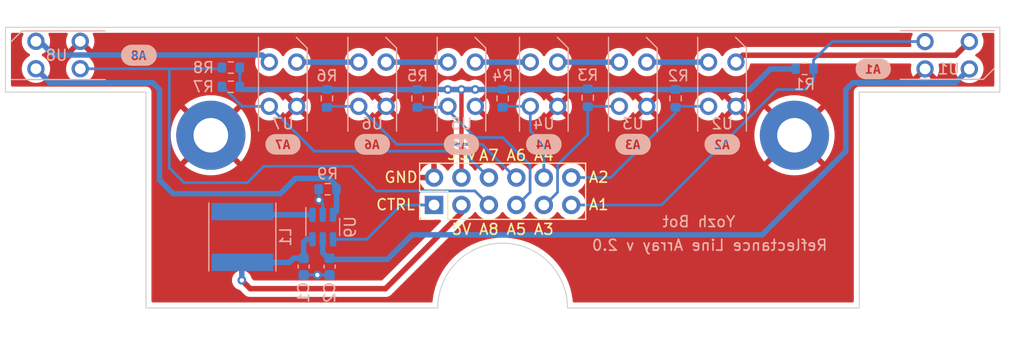
<source format=kicad_pcb>
(kicad_pcb (version 20210424) (generator pcbnew)
  (layers (0 "F.Cu" signal) (31 "B.Cu" signal) (34 "B.Paste" user) (35 "F.Paste" user) (36 "B.SilkS" user "B.Silkscreen") (37 "F.SilkS" user "F.Silkscreen") (38 "B.Mask" user) (39 "F.Mask" user) (44 "Edge.Cuts" user))
  (net 0 "")
  (net 1 "+3V3")
  (net 2 "/A1")
  (net 3 "/A5")
  (net 4 "/A2")
  (net 5 "/A6")
  (net 6 "/A3")
  (net 7 "/A7")
  (net 8 "/A4")
  (net 9 "/A8")
  (net 10 "GNDREF")
  (net 11 "+5V")
  (net 12 "/CTRL")
  (net 13 "/VCC_LED")
  (net 14 "Net-(L1-Pad2)")
  (net 15 "/FB")
  (net 16 "Net-(U1-Pad1)")
  (net 17 "Net-(U2-Pad1)")
  (net 18 "Net-(U3-Pad1)")
  (net 19 "Net-(U4-Pad1)")
  (net 20 "Net-(U5-Pad1)")
  (net 21 "Net-(U6-Pad1)")
  (net 22 "Net-(U7-Pad1)")
  (footprint "Connector_PinHeader_2.54mm:PinHeader_2x06_P2.54mm_Vertical" (layer "F.Cu") (at 93.65 97.46 90)
    (fp_text reference "J1" hide)
    (fp_text value "Conn_02x06_Odd_Even")
    (pad "1" thru_hole rect locked (at 0 0 90) (size 1.7 1.7) (drill 1) (layers *.Cu *.Mask) (net 12 "/CTRL"))
    (pad "2" thru_hole oval locked (at 2.54 0 90) (size 1.7 1.7) (drill 1) (layers *.Cu *.Mask) (net 10 "GNDREF"))
    (pad "3" thru_hole oval locked (at 0 2.54 90) (size 1.7 1.7) (drill 1) (layers *.Cu *.Mask) (net 11 "+5V"))
    (pad "4" thru_hole oval locked (at 2.54 2.54 90) (size 1.7 1.7) (drill 1) (layers *.Cu *.Mask) (net 1 "+3V3"))
    (pad "5" thru_hole oval locked (at 0 5.08 90) (size 1.7 1.7) (drill 1) (layers *.Cu *.Mask) (net 9 "/A8"))
    (pad "6" thru_hole oval locked (at 2.54 5.08 90) (size 1.7 1.7) (drill 1) (layers *.Cu *.Mask) (net 7 "/A7"))
    (pad "7" thru_hole oval locked (at 0 7.62 90) (size 1.7 1.7) (drill 1) (layers *.Cu *.Mask) (net 3 "/A5"))
    (pad "8" thru_hole oval locked (at 2.54 7.62 90) (size 1.7 1.7) (drill 1) (layers *.Cu *.Mask) (net 5 "/A6"))
    (pad "9" thru_hole oval locked (at 0 10.16 90) (size 1.7 1.7) (drill 1) (layers *.Cu *.Mask) (net 6 "/A3"))
    (pad "10" thru_hole oval locked (at 2.54 10.16 90) (size 1.7 1.7) (drill 1) (layers *.Cu *.Mask) (net 8 "/A4"))
    (pad "11" thru_hole oval locked (at 0 12.7 90) (size 1.7 1.7) (drill 1) (layers *.Cu *.Mask) (net 2 "/A1"))
    (pad "12" thru_hole oval locked (at 2.54 12.7 90) (size 1.7 1.7) (drill 1) (layers *.Cu *.Mask) (net 4 "/A2"))
  )
  (footprint "MountingHole:MountingHole_3.2mm_M3_Pad" (layer "F.Cu") (at 73 91)
    (fp_text reference "REF**" hide)
    (fp_text value "MountingHole_3.2mm_M3_Pad" hide)
    (pad "1" thru_hole circle locked (at 0 0) (size 6.4 6.4) (drill 3.2) (layers *.Cu *.Mask) (net 10 "GNDREF"))
  )
  (footprint "MountingHole:MountingHole_3.2mm_M3_Pad" (layer "F.Cu") (at 127 91)
    (fp_text reference "REF**" hide)
    (fp_text value "MountingHole_3.2mm_M3_Pad" hide)
    (pad "1" thru_hole circle locked (at 0 0) (size 6.4 6.4) (drill 3.2) (layers *.Cu *.Mask) (net 10 "GNDREF"))
  )
  (footprint "shurik-personal:Everlight_ITR9909" (layer "B.Cu") (at 110.795 84.22 90)
    (fp_text reference "U3" (at -5.715 1.27 180) (layer "B.SilkS") (effects (justify mirror)))
    (fp_text value "ITR9909")
    (pad "1" thru_hole circle locked (at 0 0 180) (size 1.6 1.6) (drill 1) (layers *.Cu *.Mask) (net 18 "Net-(U3-Pad1)"))
    (pad "2" thru_hole circle locked (at 0 2.54 180) (size 1.6 1.6) (drill 1) (layers *.Cu *.Mask) (net 17 "Net-(U2-Pad1)"))
    (pad "3" thru_hole circle locked (at -4.1 2.54 180) (size 1.6 1.6) (drill 1) (layers *.Cu *.Mask) (net 10 "GNDREF"))
    (pad "4" thru_hole circle locked (at -4.1 0 180) (size 1.6 1.6) (drill 1) (layers *.Cu *.Mask) (net 6 "/A3"))
  )
  (footprint "Package_TO_SOT_SMD:TSOT-23-6" (layer "B.Cu") (at 83.3575 99.5 -90)
    (fp_text reference "U9" (at 0 -2.54 90) (layer "B.SilkS") (effects (justify mirror)))
    (fp_text value "AP3019A")
    (pad "1" smd roundrect locked (at -1.1375 0.95 270) (size 1.325 0.6) (layers "B.Cu" "B.Paste" "B.Mask") (net 14 "Net-(L1-Pad2)"))
    (pad "2" smd roundrect locked (at -1.1375 0 270) (size 1.325 0.6) (layers "B.Cu" "B.Paste" "B.Mask") (net 10 "GNDREF"))
    (pad "3" smd roundrect locked (at -1.1375 -0.95 270) (size 1.325 0.6) (layers "B.Cu" "B.Paste" "B.Mask") (net 15 "/FB"))
    (pad "4" smd roundrect locked (at 1.1375 -0.95 270) (size 1.325 0.6) (layers "B.Cu" "B.Paste" "B.Mask") (net 12 "/CTRL"))
    (pad "5" smd roundrect locked (at 1.1375 0 270) (size 1.325 0.6) (layers "B.Cu" "B.Paste" "B.Mask") (net 13 "/VCC_LED"))
    (pad "6" smd roundrect locked (at 1.1375 0.95 270) (size 1.325 0.6) (layers "B.Cu" "B.Paste" "B.Mask") (net 11 "+5V"))
  )
  (footprint "shurik-personal:Everlight_ITR9909" (layer "B.Cu") (at 119.05 84.22 90)
    (fp_text reference "U2" (at -5.715 1.27 180) (layer "B.SilkS") (effects (justify mirror)))
    (fp_text value "ITR9909")
    (pad "1" thru_hole circle locked (at 0 0 180) (size 1.6 1.6) (drill 1) (layers *.Cu *.Mask) (net 17 "Net-(U2-Pad1)"))
    (pad "2" thru_hole circle locked (at 0 2.54 180) (size 1.6 1.6) (drill 1) (layers *.Cu *.Mask) (net 16 "Net-(U1-Pad1)"))
    (pad "3" thru_hole circle locked (at -4.1 2.54 180) (size 1.6 1.6) (drill 1) (layers *.Cu *.Mask) (net 10 "GNDREF"))
    (pad "4" thru_hole circle locked (at -4.1 0 180) (size 1.6 1.6) (drill 1) (layers *.Cu *.Mask) (net 4 "/A2"))
  )
  (footprint "svg2mod" (layer "B.Cu") (at 112.065 91.84 180)
    (fp_text reference "svg2mod" hide)
    (fp_text value "G***" hide)
  )
  (footprint "shurik-personal:Everlight_ITR9909" (layer "B.Cu") (at 94.94 84.22 90)
    (fp_text reference "U5" (at -5.715 1.25 180) (layer "B.SilkS") (effects (justify mirror)))
    (fp_text value "ITR9909")
    (pad "1" thru_hole circle locked (at 0 0 180) (size 1.6 1.6) (drill 1) (layers *.Cu *.Mask) (net 20 "Net-(U5-Pad1)"))
    (pad "2" thru_hole circle locked (at 0 2.54 180) (size 1.6 1.6) (drill 1) (layers *.Cu *.Mask) (net 19 "Net-(U4-Pad1)"))
    (pad "3" thru_hole circle locked (at -4.1 2.54 180) (size 1.6 1.6) (drill 1) (layers *.Cu *.Mask) (net 10 "GNDREF"))
    (pad "4" thru_hole circle locked (at -4.1 0 180) (size 1.6 1.6) (drill 1) (layers *.Cu *.Mask) (net 3 "/A5"))
  )
  (footprint "svg2mod" (layer "B.Cu") (at 96.19 91.84 180)
    (fp_text reference "svg2mod" hide)
    (fp_text value "G***" hide)
  )
  (footprint "svg2mod" (layer "B.Cu") (at 103.81 91.84 180)
    (fp_text reference "svg2mod" hide)
    (fp_text value "G***" hide)
  )
  (footprint "shurik-personal:Everlight_ITR9909" (layer "B.Cu") (at 78.41 84.22 90)
    (fp_text reference "U7" (at -5.715 1.27 180) (layer "B.SilkS") (effects (justify mirror)))
    (fp_text value "ITR9909")
    (pad "1" thru_hole circle locked (at 0 0 180) (size 1.6 1.6) (drill 1) (layers *.Cu *.Mask) (net 22 "Net-(U7-Pad1)"))
    (pad "2" thru_hole circle locked (at 0 2.54 180) (size 1.6 1.6) (drill 1) (layers *.Cu *.Mask) (net 21 "Net-(U6-Pad1)"))
    (pad "3" thru_hole circle locked (at -4.1 2.54 180) (size 1.6 1.6) (drill 1) (layers *.Cu *.Mask) (net 10 "GNDREF"))
    (pad "4" thru_hole circle locked (at -4.1 0 180) (size 1.6 1.6) (drill 1) (layers *.Cu *.Mask) (net 7 "/A7"))
  )
  (footprint "shurik-personal:Everlight_ITR9909" (layer "B.Cu") (at 86.685 84.22 90)
    (fp_text reference "U6" (at -5.715 1.25 180) (layer "B.SilkS") (effects (justify mirror)))
    (fp_text value "ITR9909")
    (pad "1" thru_hole circle locked (at 0 0 180) (size 1.6 1.6) (drill 1) (layers *.Cu *.Mask) (net 21 "Net-(U6-Pad1)"))
    (pad "2" thru_hole circle locked (at 0 2.54 180) (size 1.6 1.6) (drill 1) (layers *.Cu *.Mask) (net 20 "Net-(U5-Pad1)"))
    (pad "3" thru_hole circle locked (at -4.1 2.54 180) (size 1.6 1.6) (drill 1) (layers *.Cu *.Mask) (net 10 "GNDREF"))
    (pad "4" thru_hole circle locked (at -4.1 0 180) (size 1.6 1.6) (drill 1) (layers *.Cu *.Mask) (net 5 "/A6"))
  )
  (footprint "Resistor_SMD:R_0603_1608Metric" (layer "B.Cu") (at 83.744 87.585 -90)
    (fp_text reference "R6" (at -2.095 0 -180) (layer "B.SilkS") (effects (justify mirror)))
    (fp_text value "10K")
    (pad "1" smd roundrect locked (at -0.825 0 270) (size 0.8 0.95) (layers "B.Cu" "B.Paste" "B.Mask") (net 1 "+3V3"))
    (pad "2" smd roundrect locked (at 0.825 0 270) (size 0.8 0.95) (layers "B.Cu" "B.Paste" "B.Mask") (net 5 "/A6"))
  )
  (footprint "Resistor_SMD:R_0603_1608Metric" (layer "B.Cu") (at 92.126 87.585 -90)
    (fp_text reference "R5" (at -2.095 0 -180) (layer "B.SilkS") (effects (justify mirror)))
    (fp_text value "10K")
    (pad "1" smd roundrect locked (at -0.825 0 270) (size 0.8 0.95) (layers "B.Cu" "B.Paste" "B.Mask") (net 1 "+3V3"))
    (pad "2" smd roundrect locked (at 0.825 0 270) (size 0.8 0.95) (layers "B.Cu" "B.Paste" "B.Mask") (net 3 "/A5"))
  )
  (footprint "Resistor_SMD:R_0603_1608Metric" (layer "B.Cu") (at 100 87.585 -90)
    (fp_text reference "R4" (at -2.095 0 -180) (layer "B.SilkS") (effects (justify mirror)))
    (fp_text value "10K")
    (pad "1" smd roundrect locked (at -0.825 0 270) (size 0.8 0.95) (layers "B.Cu" "B.Paste" "B.Mask") (net 1 "+3V3"))
    (pad "2" smd roundrect locked (at 0.825 0 270) (size 0.8 0.95) (layers "B.Cu" "B.Paste" "B.Mask") (net 8 "/A4"))
  )
  (footprint "Resistor_SMD:R_0603_1608Metric" (layer "B.Cu") (at 127.94 84.855)
    (fp_text reference "R1" (at 0 1.43) (layer "B.SilkS") (effects (justify mirror)))
    (fp_text value "10K")
    (pad "1" smd roundrect locked (at -0.825 0) (size 0.8 0.95) (layers "B.Cu" "B.Paste" "B.Mask") (net 1 "+3V3"))
    (pad "2" smd roundrect locked (at 0.825 0) (size 0.8 0.95) (layers "B.Cu" "B.Paste" "B.Mask") (net 2 "/A1"))
  )
  (footprint "svg2mod" (layer "B.Cu") (at 87.935 91.84 180)
    (fp_text reference "svg2mod" hide)
    (fp_text value "G***" hide)
  )
  (footprint "Resistor_SMD:R_0603_1608Metric" (layer "B.Cu") (at 74.854 86.506 180)
    (fp_text reference "R7" (at 2.54 0) (layer "B.SilkS") (effects (justify mirror)))
    (fp_text value "10K")
    (pad "1" smd roundrect locked (at -0.825 0 180) (size 0.8 0.95) (layers "B.Cu" "B.Paste" "B.Mask") (net 1 "+3V3"))
    (pad "2" smd roundrect locked (at 0.825 0 180) (size 0.8 0.95) (layers "B.Cu" "B.Paste" "B.Mask") (net 7 "/A7"))
  )
  (footprint "shurik-personal:Everlight_ITR9909" (layer "B.Cu") (at 102.56 84.22 90)
    (fp_text reference "U4" (at -5.715 1.25 180) (layer "B.SilkS") (effects (justify mirror)))
    (fp_text value "ITR9909")
    (pad "1" thru_hole circle locked (at 0 0 180) (size 1.6 1.6) (drill 1) (layers *.Cu *.Mask) (net 19 "Net-(U4-Pad1)"))
    (pad "2" thru_hole circle locked (at 0 2.54 180) (size 1.6 1.6) (drill 1) (layers *.Cu *.Mask) (net 18 "Net-(U3-Pad1)"))
    (pad "3" thru_hole circle locked (at -4.1 2.54 180) (size 1.6 1.6) (drill 1) (layers *.Cu *.Mask) (net 10 "GNDREF"))
    (pad "4" thru_hole circle locked (at -4.1 0 180) (size 1.6 1.6) (drill 1) (layers *.Cu *.Mask) (net 8 "/A4"))
  )
  (footprint "shurik-personal:Everlight_ITR9909" (layer "B.Cu") (at 143.18 82.315)
    (fp_text reference "U1" (at -1.905 2.54) (layer "B.SilkS") (effects (justify mirror)))
    (fp_text value "ITR9909")
    (pad "1" thru_hole circle locked (at 0 0 90) (size 1.6 1.6) (drill 1) (layers *.Cu *.Mask) (net 16 "Net-(U1-Pad1)"))
    (pad "2" thru_hole circle locked (at 0 2.54 90) (size 1.6 1.6) (drill 1) (layers *.Cu *.Mask) (net 13 "/VCC_LED"))
    (pad "3" thru_hole circle locked (at -4.1 2.54 90) (size 1.6 1.6) (drill 1) (layers *.Cu *.Mask) (net 10 "GNDREF"))
    (pad "4" thru_hole circle locked (at -4.1 0 90) (size 1.6 1.6) (drill 1) (layers *.Cu *.Mask) (net 2 "/A1"))
  )
  (footprint "Resistor_SMD:R_0603_1608Metric" (layer "B.Cu") (at 107.874 87.522 -90)
    (fp_text reference "R3" (at -2.095 0 -180) (layer "B.SilkS") (effects (justify mirror)))
    (fp_text value "10K")
    (pad "1" smd roundrect locked (at -0.825 0 270) (size 0.8 0.95) (layers "B.Cu" "B.Paste" "B.Mask") (net 1 "+3V3"))
    (pad "2" smd roundrect locked (at 0.825 0 270) (size 0.8 0.95) (layers "B.Cu" "B.Paste" "B.Mask") (net 6 "/A3"))
  )
  (footprint "Resistor_SMD:R_0603_1608Metric" (layer "B.Cu") (at 83.8025 96 180)
    (fp_text reference "R9" (at 0 1.43) (layer "B.SilkS") (effects (justify mirror)))
    (fp_text value "10")
    (pad "1" smd roundrect locked (at -0.825 0 180) (size 0.8 0.95) (layers "B.Cu" "B.Paste" "B.Mask") (net 15 "/FB"))
    (pad "2" smd roundrect locked (at 0.825 0 180) (size 0.8 0.95) (layers "B.Cu" "B.Paste" "B.Mask") (net 10 "GNDREF"))
  )
  (footprint "Resistor_SMD:R_0603_1608Metric" (layer "B.Cu") (at 74.854 84.728 180)
    (fp_text reference "R8" (at 2.54 0) (layer "B.SilkS") (effects (justify mirror)))
    (fp_text value "10K")
    (pad "1" smd roundrect locked (at -0.825 0 180) (size 0.8 0.95) (layers "B.Cu" "B.Paste" "B.Mask") (net 1 "+3V3"))
    (pad "2" smd roundrect locked (at 0.825 0 180) (size 0.8 0.95) (layers "B.Cu" "B.Paste" "B.Mask") (net 9 "/A8"))
  )
  (footprint "svg2mod" (layer "B.Cu") (at 66.345 83.585 180)
    (fp_text reference "svg2mod" hide)
    (fp_text value "G***" hide)
  )
  (footprint "svg2mod" (layer "B.Cu") (at 120.32 91.84 180)
    (fp_text reference "svg2mod" hide)
    (fp_text value "G***" hide)
  )
  (footprint "Resistor_SMD:R_0603_1608Metric" (layer "B.Cu") (at 116.002 87.585 -90)
    (fp_text reference "R2" (at -2.095 -0.254 180) (layer "B.SilkS") (effects (justify mirror)))
    (fp_text value "10K")
    (pad "1" smd roundrect locked (at -0.825 0 270) (size 0.8 0.95) (layers "B.Cu" "B.Paste" "B.Mask") (net 1 "+3V3"))
    (pad "2" smd roundrect locked (at 0.825 0 270) (size 0.8 0.95) (layers "B.Cu" "B.Paste" "B.Mask") (net 4 "/A2"))
  )
  (footprint "svg2mod" (layer "B.Cu") (at 134.29 84.855 180)
    (fp_text reference "svg2mod" hide)
    (fp_text value "G***" hide)
  )
  (footprint "shurik-personal:Everlight_ITR9909" (layer "B.Cu") (at 56.82 84.835 180)
    (fp_text reference "U8" (at -1.905 1.25) (layer "B.SilkS") (effects (justify mirror)))
    (fp_text value "ITR9909")
    (pad "1" thru_hole circle locked (at 0 0 270) (size 1.6 1.6) (drill 1) (layers *.Cu *.Mask) (net 15 "/FB"))
    (pad "2" thru_hole circle locked (at 0 2.54 270) (size 1.6 1.6) (drill 1) (layers *.Cu *.Mask) (net 22 "Net-(U7-Pad1)"))
    (pad "3" thru_hole circle locked (at -4.1 2.54 270) (size 1.6 1.6) (drill 1) (layers *.Cu *.Mask) (net 10 "GNDREF"))
    (pad "4" thru_hole circle locked (at -4.1 0 270) (size 1.6 1.6) (drill 1) (layers *.Cu *.Mask) (net 9 "/A8"))
  )
  (footprint "Capacitor_SMD:C_0603_1608Metric" (layer "B.Cu") (at 81.585 103.17 -90)
    (fp_text reference "C1" (at 2.4 0 90) (layer "B.SilkS") (effects (justify mirror)))
    (fp_text value "1uF")
    (pad "1" smd roundrect locked (at -0.775 0 270) (size 0.9 0.95) (layers "B.Cu" "B.Paste" "B.Mask") (net 11 "+5V"))
    (pad "2" smd roundrect locked (at 0.775 0 270) (size 0.9 0.95) (layers "B.Cu" "B.Paste" "B.Mask") (net 10 "GNDREF"))
  )
  (footprint "svg2mod" (layer "B.Cu") (at 79.68 91.84 180)
    (fp_text reference "svg2mod" hide)
    (fp_text value "G***" hide)
  )
  (footprint "Capacitor_SMD:C_0603_1608Metric" (layer "B.Cu") (at 83.9925 103.17 -90)
    (fp_text reference "C2" (at 2.4 0 -270) (layer "B.SilkS") (effects (justify mirror)))
    (fp_text value "1uF")
    (pad "1" smd roundrect locked (at -0.775 0 270) (size 0.9 0.95) (layers "B.Cu" "B.Paste" "B.Mask") (net 13 "/VCC_LED"))
    (pad "2" smd roundrect locked (at 0.775 0 270) (size 0.9 0.95) (layers "B.Cu" "B.Paste" "B.Mask") (net 10 "GNDREF"))
  )
  (footprint "Inductor_SMD:L_Taiyo-Yuden_NR-60xx" (layer "B.Cu") (at 75.9208 100.4252 90)
    (fp_text reference "L1" (at 0 4 270) (layer "B.SilkS") (effects (justify mirror)))
    (fp_text value "22uH")
    (pad "1" smd rect locked (at -2.35 0 90) (size 1.6 5.7) (layers "B.Cu" "B.Paste" "B.Mask") (net 11 "+5V"))
    (pad "2" smd rect locked (at 2.35 0 90) (size 1.6 5.7) (layers "B.Cu" "B.Paste" "B.Mask") (net 14 "Net-(L1-Pad2)"))
  )
  (gr_line (start 54 81) (end 54 87) (layer "Edge.Cuts") (width 0.1))
  (gr_arc (start 100 107) (end 94 107) (angle 180) (layer "Edge.Cuts") (width 0.1))
  (gr_line (start 146 81) (end 146 87) (layer "Edge.Cuts") (width 0.1))
  (gr_line (start 106 107) (end 133 107) (layer "Edge.Cuts") (width 0.1))
  (gr_line (start 94 107) (end 67 107) (layer "Edge.Cuts") (width 0.1))
  (gr_line (start 54 81) (end 146 81) (layer "Edge.Cuts") (width 0.1))
  (gr_line (start 146 87) (end 133 87) (layer "Edge.Cuts") (width 0.1))
  (gr_line (start 133 107) (end 133 87) (layer "Edge.Cuts") (width 0.1))
  (gr_line (start 54 87) (end 67 87) (layer "Edge.Cuts") (width 0.1))
  (gr_line (start 67 87) (end 67 107) (layer "Edge.Cuts") (width 0.1))
  (gr_text "Reflectance Line Array v 2.0" (at 119.1516 101.1872) (layer "B.SilkS") (effects (font (size 1 1)) (justify mirror)))
  (gr_text "Yozh Bot " (at 117.78 99.0028) (layer "B.SilkS") (effects (font (size 1 1)) (justify mirror)))
  (gr_text "GND" (at 90.602 94.888) (layer "F.SilkS") (effects (font (size 1 1))))
  (gr_text "A5" (at 101.27 99.714) (layer "F.SilkS") (effects (font (size 1 1))))
  (gr_text "CTRL" (at 90.094 97.428) (layer "F.SilkS") (effects (font (size 1 1))))
  (gr_text "5V" (at 96.19 99.714) (layer "F.SilkS") (effects (font (size 1 1))))
  (gr_text "A6" (at 101.27 92.856) (layer "F.SilkS") (effects (font (size 1 1))))
  (gr_text "3.3V" (at 96.19 92.856) (layer "F.SilkS") (effects (font (size 0.8 0.8))))
  (gr_text "A2" (at 108.89 94.888) (layer "F.SilkS") (effects (font (size 1 1))))
  (gr_text "A7" (at 98.73 92.856) (layer "F.SilkS") (effects (font (size 1 1))))
  (gr_text "A3" (at 103.81 99.714) (layer "F.SilkS") (effects (font (size 1 1))))
  (gr_text "A4" (at 103.81 92.856) (layer "F.SilkS") (effects (font (size 1 1))))
  (gr_text "A1" (at 108.89 97.428) (layer "F.SilkS") (effects (font (size 1 1))))
  (gr_text "A8" (at 98.73 99.714) (layer "F.SilkS") (effects (font (size 1 1))))
  (segment (start 96.19 94.92) (end 96.19 86.76) (width 0.4064) (layer "F.Cu") (net 1))
  (segment (start 96.19 86.76) (end 97.46 86.76) (width 0.508) (layer "F.Cu") (net 1))
  (segment (start 96.19 86.76) (end 94.92 86.76) (width 0.508) (layer "F.Cu") (net 1))
  (via (at 96.19 86.76) (size 0.8) (drill 0.4) (layers "F.Cu" "B.Cu") (net 1))
  (via (at 94.92 86.76) (size 0.8) (drill 0.4) (layers "F.Cu" "B.Cu") (net 1))
  (via (at 97.46 86.76) (size 0.8) (drill 0.4) (layers "F.Cu" "B.Cu") (net 1))
  (segment (start 124.765 84.855) (end 122.86 86.76) (width 0.508) (layer "B.Cu") (net 1))
  (segment (start 127.115 84.855) (end 124.765 84.855) (width 0.508) (layer "B.Cu") (net 1))
  (segment (start 116.002 86.76) (end 75.933 86.76) (width 0.508) (layer "B.Cu") (net 1))
  (segment (start 75.933 86.76) (end 75.679 86.506) (width 0.508) (layer "B.Cu") (net 1))
  (segment (start 75.679 84.728) (end 75.679 86.506) (width 0.254) (layer "B.Cu") (net 1))
  (segment (start 122.86 86.76) (end 116.002 86.76) (width 0.508) (layer "B.Cu") (net 1))
  (segment (start 128.765 84.03) (end 128.765 84.855) (width 0.254) (layer "B.Cu") (net 2))
  (segment (start 128.765 85.935) (end 127.94 86.76) (width 0.254) (layer "B.Cu") (net 2))
  (segment (start 114.7 97.46) (end 106.35 97.46) (width 0.254) (layer "B.Cu") (net 2))
  (segment (start 128.765 84.855) (end 128.765 85.935) (width 0.254) (layer "B.Cu") (net 2))
  (segment (start 125.4 86.76) (end 114.7 97.46) (width 0.254) (layer "B.Cu") (net 2))
  (segment (start 139.08 82.315) (end 130.48 82.315) (width 0.254) (layer "B.Cu") (net 2))
  (segment (start 130.48 82.315) (end 128.765 84.03) (width 0.254) (layer "B.Cu") (net 2))
  (segment (start 127.94 86.76) (end 125.4 86.76) (width 0.254) (layer "B.Cu") (net 2))
  (segment (start 94.94 88.685) (end 97.46 91.205) (width 0.254) (layer "B.Cu") (net 3))
  (segment (start 102.54 93.745) (end 102.54 96.285) (width 0.254) (layer "B.Cu") (net 3))
  (segment (start 92.38 88.41) (end 94.85 88.41) (width 0.254) (layer "B.Cu") (net 3))
  (segment (start 100 91.205) (end 102.54 93.745) (width 0.254) (layer "B.Cu") (net 3))
  (segment (start 102.54 96.285) (end 101.365 97.46) (width 0.254) (layer "B.Cu") (net 3))
  (segment (start 97.46 91.205) (end 100 91.205) (width 0.254) (layer "B.Cu") (net 3))
  (segment (start 116.002 88.918) (end 110 94.92) (width 0.254) (layer "B.Cu") (net 4))
  (segment (start 119.05 88.32) (end 116.092 88.32) (width 0.254) (layer "B.Cu") (net 4))
  (segment (start 110 94.92) (end 106.35 94.92) (width 0.254) (layer "B.Cu") (net 4))
  (segment (start 116.002 88.41) (end 116.002 88.918) (width 0.254) (layer "B.Cu") (net 4))
  (segment (start 98.095 91.84) (end 90.205 91.84) (width 0.254) (layer "B.Cu") (net 5))
  (segment (start 86.685 88.32) (end 84.215 88.32) (width 0.254) (layer "B.Cu") (net 5))
  (segment (start 101.175 94.92) (end 98.095 91.84) (width 0.254) (layer "B.Cu") (net 5))
  (segment (start 90.205 91.84) (end 86.685 88.32) (width 0.254) (layer "B.Cu") (net 5))
  (segment (start 107.874 88.41) (end 107.874 90.951) (width 0.254) (layer "B.Cu") (net 6))
  (segment (start 105.08 93.745) (end 105.08 96.285) (width 0.254) (layer "B.Cu") (net 6))
  (segment (start 105.08 96.285) (end 103.905 97.46) (width 0.254) (layer "B.Cu") (net 6))
  (segment (start 110.795 88.32) (end 108.345 88.32) (width 0.254) (layer "B.Cu") (net 6))
  (segment (start 107.874 90.951) (end 105.08 93.745) (width 0.254) (layer "B.Cu") (net 6))
  (segment (start 75.906 88.32) (end 74.092 86.506) (width 0.254) (layer "B.Cu") (net 7))
  (segment (start 98.73 94.92) (end 96.285 92.475) (width 0.254) (layer "B.Cu") (net 7))
  (segment (start 82.565 92.475) (end 78.41 88.32) (width 0.254) (layer "B.Cu") (net 7))
  (segment (start 78.41 88.32) (end 75.906 88.32) (width 0.254) (layer "B.Cu") (net 7))
  (segment (start 96.285 92.475) (end 82.565 92.475) (width 0.254) (layer "B.Cu") (net 7))
  (segment (start 103.81 91.84) (end 103.81 94.92) (width 0.254) (layer "B.Cu") (net 8))
  (segment (start 102.56 88.32) (end 102.56 90.59) (width 0.254) (layer "B.Cu") (net 8))
  (segment (start 102.56 88.32) (end 100.09 88.32) (width 0.254) (layer "B.Cu") (net 8))
  (segment (start 102.56 90.59) (end 103.81 91.84) (width 0.254) (layer "B.Cu") (net 8))
  (segment (start 69.159 84.835) (end 60.92 84.835) (width 0.254) (layer "B.Cu") (net 9))
  (segment (start 77.902 93.872) (end 76.378 95.396) (width 0.254) (layer "B.Cu") (net 9))
  (segment (start 97.428 96.158) (end 88.316 96.158) (width 0.254) (layer "B.Cu") (net 9))
  (segment (start 69.159 94.019) (end 69.159 84.835) (width 0.254) (layer "B.Cu") (net 9))
  (segment (start 88.316 96.158) (end 86.03 93.872) (width 0.254) (layer "B.Cu") (net 9))
  (segment (start 98.73 97.46) (end 97.428 96.158) (width 0.254) (layer "B.Cu") (net 9))
  (segment (start 86.03 93.872) (end 77.902 93.872) (width 0.254) (layer "B.Cu") (net 9))
  (segment (start 76.378 95.396) (end 70.536 95.396) (width 0.254) (layer "B.Cu") (net 9))
  (segment (start 70.536 95.396) (end 69.159 94.019) (width 0.254) (layer "B.Cu") (net 9))
  (segment (start 69.159 84.835) (end 73.922 84.835) (width 0.254) (layer "B.Cu") (net 9))
  (via (at 82.855 103.945) (size 0.8) (drill 0.4) (layers "F.Cu" "B.Cu") (net 10))
  (via (at 83 97) (size 0.8) (drill 0.4) (layers "F.Cu" "B.Cu") (net 10))
  (segment (start 83 97) (end 83.3575 97.3575) (width 0.254) (layer "B.Cu") (net 10))
  (segment (start 82.855 103.945) (end 81.585 103.945) (width 0.254) (layer "B.Cu") (net 10))
  (segment (start 83.3575 97.3575) (end 83.3575 98.3625) (width 0.254) (layer "B.Cu") (net 10))
  (segment (start 83.9925 103.945) (end 82.855 103.945) (width 0.254) (layer "B.Cu") (net 10))
  (segment (start 83 97) (end 83 96.0225) (width 0.254) (layer "B.Cu") (net 10))
  (segment (start 76.6466 105.215) (end 89.165 105.215) (width 0.508) (layer "F.Cu") (net 11))
  (segment (start 89.165 105.215) (end 96.19 98.19) (width 0.508) (layer "F.Cu") (net 11))
  (segment (start 75.87 104.4384) (end 76.6466 105.215) (width 0.508) (layer "F.Cu") (net 11))
  (segment (start 96.19 98.19) (end 96.19 97.46) (width 0.508) (layer "F.Cu") (net 11))
  (via (at 75.87 104.4384) (size 0.8) (drill 0.4) (layers "F.Cu" "B.Cu") (net 11))
  (segment (start 81.585 102.395) (end 80.6566 102.395) (width 0.508) (layer "B.Cu") (net 11))
  (segment (start 80.2764 102.7752) (end 75.9208 102.7752) (width 0.508) (layer "B.Cu") (net 11))
  (segment (start 81.8553 100.6375) (end 81.585 100.9078) (width 0.508) (layer "B.Cu") (net 11))
  (segment (start 75.87 104.4384) (end 75.87 102.826) (width 0.508) (layer "B.Cu") (net 11))
  (segment (start 80.6566 102.395) (end 80.2764 102.7752) (width 0.508) (layer "B.Cu") (net 11))
  (segment (start 81.8553 100.6375) (end 82.4075 100.6375) (width 0.508) (layer "B.Cu") (net 11))
  (segment (start 81.585 100.9078) (end 81.585 102.395) (width 0.508) (layer "B.Cu") (net 11))
  (segment (start 87.4325 100.6375) (end 84.3075 100.6375) (width 0.254) (layer "B.Cu") (net 12))
  (segment (start 90.61 97.46) (end 87.4325 100.6375) (width 0.254) (layer "B.Cu") (net 12))
  (segment (start 93.65 97.46) (end 90.61 97.46) (width 0.254) (layer "B.Cu") (net 12))
  (segment (start 132.385 86.125) (end 131.75 86.76) (width 0.508) (layer "B.Cu") (net 13))
  (segment (start 124.003 100.222) (end 91.618 100.222) (width 0.508) (layer "B.Cu") (net 13))
  (segment (start 141.91 86.125) (end 132.385 86.125) (width 0.508) (layer "B.Cu") (net 13))
  (segment (start 131.75 92.475) (end 124.003 100.222) (width 0.508) (layer "B.Cu") (net 13))
  (segment (start 89.34 102.5) (end 84.0975 102.5) (width 0.508) (layer "B.Cu") (net 13))
  (segment (start 83.3575 101.9075) (end 83.3575 100.6375) (width 0.508) (layer "B.Cu") (net 13))
  (segment (start 91.618 100.222) (end 89.34 102.5) (width 0.508) (layer "B.Cu") (net 13))
  (segment (start 131.75 86.76) (end 131.75 92.475) (width 0.508) (layer "B.Cu") (net 13))
  (segment (start 143.18 84.855) (end 141.91 86.125) (width 0.508) (layer "B.Cu") (net 13))
  (segment (start 83.845 102.395) (end 83.3575 101.9075) (width 0.508) (layer "B.Cu") (net 13))
  (segment (start 82.4075 98.3625) (end 76.2081 98.3625) (width 0.508) (layer "B.Cu") (net 14))
  (segment (start 84.6275 95.69) (end 83.9375 95) (width 0.508) (layer "B.Cu") (net 15))
  (segment (start 84.3075 98.3625) (end 84.6275 98.0425) (width 0.508) (layer "B.Cu") (net 15))
  (segment (start 67.615 86.125) (end 58.11 86.125) (width 0.508) (layer "B.Cu") (net 15))
  (segment (start 83.9375 95) (end 80.838 95) (width 0.508) (layer "B.Cu") (net 15))
  (segment (start 84.6275 98.0425) (end 84.6275 95.69) (width 0.508) (layer "B.Cu") (net 15))
  (segment (start 68.25 95.142) (end 68.25 86.76) (width 0.508) (layer "B.Cu") (net 15))
  (segment (start 80.838 95) (end 79.426 96.412) (width 0.508) (layer "B.Cu") (net 15))
  (segment (start 68.25 86.76) (end 67.615 86.125) (width 0.508) (layer "B.Cu") (net 15))
  (segment (start 69.52 96.412) (end 68.25 95.142) (width 0.508) (layer "B.Cu") (net 15))
  (segment (start 79.426 96.412) (end 69.52 96.412) (width 0.508) (layer "B.Cu") (net 15))
  (segment (start 58.11 86.125) (end 56.82 84.835) (width 0.508) (layer "B.Cu") (net 15))
  (segment (start 143.18 82.315) (end 141.91 83.585) (width 0.508) (layer "F.Cu") (net 16))
  (segment (start 122.225 83.585) (end 121.59 84.22) (width 0.508) (layer "F.Cu") (net 16))
  (segment (start 141.91 83.585) (end 122.225 83.585) (width 0.508) (layer "F.Cu") (net 16))
  (segment (start 119.05 84.22) (end 113.335 84.22) (width 0.508) (layer "B.Cu") (net 17))
  (segment (start 110.795 84.22) (end 105.1 84.22) (width 0.508) (layer "B.Cu") (net 18))
  (segment (start 102.56 84.22) (end 97.48 84.22) (width 0.508) (layer "B.Cu") (net 19))
  (segment (start 94.94 84.22) (end 89.225 84.22) (width 0.508) (layer "B.Cu") (net 20))
  (segment (start 86.685 84.22) (end 80.95 84.22) (width 0.508) (layer "B.Cu") (net 21))
  (segment (start 77.7496 83.5596) (end 78.41 84.22) (width 0.508) (layer "B.Cu") (net 22))
  (segment (start 57.181 82.295) (end 58.4456 83.5596) (width 0.508) (layer "B.Cu") (net 22))
  (segment (start 58.4456 83.5596) (end 77.7496 83.5596) (width 0.508) (layer "B.Cu") (net 22))
  (zone (net 10) (net_name "GNDREF") (layer "F.Cu") (connect_pads (clearance 0.508)) (min_thickness 0.254) (fill yes (thermal_gap 0.508) (thermal_bridge_width 0.508))
    (polygon (pts (xy 147.625 80.41) (xy 148.26 109.62) (xy 53.645 110.255) (xy 53.645 79.14) (xy 145.72 79.14)))
  )
)
</source>
